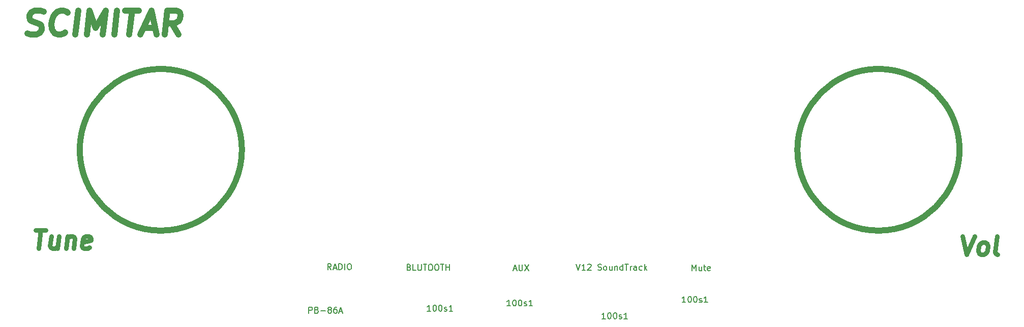
<source format=gbr>
%TF.GenerationSoftware,KiCad,Pcbnew,(5.1.7)-1*%
%TF.CreationDate,2021-04-10T14:02:21+01:00*%
%TF.ProjectId,vintagestereo,76696e74-6167-4657-9374-6572656f2e6b,rev?*%
%TF.SameCoordinates,Original*%
%TF.FileFunction,Legend,Top*%
%TF.FilePolarity,Positive*%
%FSLAX46Y46*%
G04 Gerber Fmt 4.6, Leading zero omitted, Abs format (unit mm)*
G04 Created by KiCad (PCBNEW (5.1.7)-1) date 2021-04-10 14:02:21*
%MOMM*%
%LPD*%
G01*
G04 APERTURE LIST*
%ADD10C,0.750000*%
%ADD11C,1.000000*%
%ADD12C,0.150000*%
G04 APERTURE END LIST*
D10*
X156527812Y-39477142D02*
X157152812Y-42477142D01*
X158527812Y-39477142D01*
X159581383Y-42477142D02*
X159313526Y-42334285D01*
X159188526Y-42191428D01*
X159081383Y-41905714D01*
X159188526Y-41048571D01*
X159367098Y-40762857D01*
X159527812Y-40620000D01*
X159831383Y-40477142D01*
X160259955Y-40477142D01*
X160527812Y-40620000D01*
X160652812Y-40762857D01*
X160759955Y-41048571D01*
X160652812Y-41905714D01*
X160474241Y-42191428D01*
X160313526Y-42334285D01*
X160009955Y-42477142D01*
X159581383Y-42477142D01*
X162295669Y-42477142D02*
X162027812Y-42334285D01*
X161920669Y-42048571D01*
X162242098Y-39477142D01*
X2163526Y-38447142D02*
X3877812Y-38447142D01*
X2645669Y-41447142D02*
X3020669Y-38447142D01*
X6038526Y-39447142D02*
X5788526Y-41447142D01*
X4752812Y-39447142D02*
X4556383Y-41018571D01*
X4663526Y-41304285D01*
X4931383Y-41447142D01*
X5359955Y-41447142D01*
X5663526Y-41304285D01*
X5824241Y-41161428D01*
X7467098Y-39447142D02*
X7217098Y-41447142D01*
X7431383Y-39732857D02*
X7592098Y-39590000D01*
X7895669Y-39447142D01*
X8324241Y-39447142D01*
X8592098Y-39590000D01*
X8699241Y-39875714D01*
X8502812Y-41447142D01*
X11092098Y-41304285D02*
X10788526Y-41447142D01*
X10217098Y-41447142D01*
X9949241Y-41304285D01*
X9842098Y-41018571D01*
X9984955Y-39875714D01*
X10163526Y-39590000D01*
X10467098Y-39447142D01*
X11038526Y-39447142D01*
X11306383Y-39590000D01*
X11413526Y-39875714D01*
X11377812Y-40161428D01*
X9913526Y-40447142D01*
D11*
X779940Y-5559047D02*
X1327559Y-5749523D01*
X2279940Y-5749523D01*
X2684702Y-5559047D01*
X2898988Y-5368571D01*
X3137083Y-4987619D01*
X3184702Y-4606666D01*
X3041845Y-4225714D01*
X2875178Y-4035238D01*
X2518035Y-3844761D01*
X1779940Y-3654285D01*
X1422797Y-3463809D01*
X1256130Y-3273333D01*
X1113273Y-2892380D01*
X1160892Y-2511428D01*
X1398988Y-2130476D01*
X1613273Y-1940000D01*
X2018035Y-1749523D01*
X2970416Y-1749523D01*
X3518035Y-1940000D01*
X7089464Y-5368571D02*
X6875178Y-5559047D01*
X6279940Y-5749523D01*
X5898988Y-5749523D01*
X5351369Y-5559047D01*
X5018035Y-5178095D01*
X4875178Y-4797142D01*
X4779940Y-4035238D01*
X4851369Y-3463809D01*
X5137083Y-2701904D01*
X5375178Y-2320952D01*
X5803750Y-1940000D01*
X6398988Y-1749523D01*
X6779940Y-1749523D01*
X7327559Y-1940000D01*
X7494226Y-2130476D01*
X8756130Y-5749523D02*
X9256130Y-1749523D01*
X10660892Y-5749523D02*
X11160892Y-1749523D01*
X12137083Y-4606666D01*
X13827559Y-1749523D01*
X13327559Y-5749523D01*
X15232321Y-5749523D02*
X15732321Y-1749523D01*
X17065654Y-1749523D02*
X19351369Y-1749523D01*
X17708511Y-5749523D02*
X18208511Y-1749523D01*
X20137083Y-4606666D02*
X22041845Y-4606666D01*
X19613273Y-5749523D02*
X21446607Y-1749523D01*
X22279940Y-5749523D01*
X25898988Y-5749523D02*
X24803750Y-3844761D01*
X23613273Y-5749523D02*
X24113273Y-1749523D01*
X25637083Y-1749523D01*
X25994226Y-1940000D01*
X26160892Y-2130476D01*
X26303750Y-2511428D01*
X26232321Y-3082857D01*
X25994226Y-3463809D01*
X25779940Y-3654285D01*
X25375178Y-3844761D01*
X23851369Y-3844761D01*
X36500000Y-25000000D02*
G75*
G03*
X36500000Y-25000000I-13500000J0D01*
G01*
X156000000Y-25000000D02*
G75*
G03*
X156000000Y-25000000I-13500000J0D01*
G01*
%TO.C,100s1*%
D12*
X110392380Y-50492380D02*
X109820952Y-50492380D01*
X110106666Y-50492380D02*
X110106666Y-49492380D01*
X110011428Y-49635238D01*
X109916190Y-49730476D01*
X109820952Y-49778095D01*
X111011428Y-49492380D02*
X111106666Y-49492380D01*
X111201904Y-49540000D01*
X111249523Y-49587619D01*
X111297142Y-49682857D01*
X111344761Y-49873333D01*
X111344761Y-50111428D01*
X111297142Y-50301904D01*
X111249523Y-50397142D01*
X111201904Y-50444761D01*
X111106666Y-50492380D01*
X111011428Y-50492380D01*
X110916190Y-50444761D01*
X110868571Y-50397142D01*
X110820952Y-50301904D01*
X110773333Y-50111428D01*
X110773333Y-49873333D01*
X110820952Y-49682857D01*
X110868571Y-49587619D01*
X110916190Y-49540000D01*
X111011428Y-49492380D01*
X111963809Y-49492380D02*
X112059047Y-49492380D01*
X112154285Y-49540000D01*
X112201904Y-49587619D01*
X112249523Y-49682857D01*
X112297142Y-49873333D01*
X112297142Y-50111428D01*
X112249523Y-50301904D01*
X112201904Y-50397142D01*
X112154285Y-50444761D01*
X112059047Y-50492380D01*
X111963809Y-50492380D01*
X111868571Y-50444761D01*
X111820952Y-50397142D01*
X111773333Y-50301904D01*
X111725714Y-50111428D01*
X111725714Y-49873333D01*
X111773333Y-49682857D01*
X111820952Y-49587619D01*
X111868571Y-49540000D01*
X111963809Y-49492380D01*
X112678095Y-50444761D02*
X112773333Y-50492380D01*
X112963809Y-50492380D01*
X113059047Y-50444761D01*
X113106666Y-50349523D01*
X113106666Y-50301904D01*
X113059047Y-50206666D01*
X112963809Y-50159047D01*
X112820952Y-50159047D01*
X112725714Y-50111428D01*
X112678095Y-50016190D01*
X112678095Y-49968571D01*
X112725714Y-49873333D01*
X112820952Y-49825714D01*
X112963809Y-49825714D01*
X113059047Y-49873333D01*
X114059047Y-50492380D02*
X113487619Y-50492380D01*
X113773333Y-50492380D02*
X113773333Y-49492380D01*
X113678095Y-49635238D01*
X113582857Y-49730476D01*
X113487619Y-49778095D01*
X111460000Y-45182380D02*
X111460000Y-44182380D01*
X111793333Y-44896666D01*
X112126666Y-44182380D01*
X112126666Y-45182380D01*
X113031428Y-44515714D02*
X113031428Y-45182380D01*
X112602857Y-44515714D02*
X112602857Y-45039523D01*
X112650476Y-45134761D01*
X112745714Y-45182380D01*
X112888571Y-45182380D01*
X112983809Y-45134761D01*
X113031428Y-45087142D01*
X113364761Y-44515714D02*
X113745714Y-44515714D01*
X113507619Y-44182380D02*
X113507619Y-45039523D01*
X113555238Y-45134761D01*
X113650476Y-45182380D01*
X113745714Y-45182380D01*
X114460000Y-45134761D02*
X114364761Y-45182380D01*
X114174285Y-45182380D01*
X114079047Y-45134761D01*
X114031428Y-45039523D01*
X114031428Y-44658571D01*
X114079047Y-44563333D01*
X114174285Y-44515714D01*
X114364761Y-44515714D01*
X114460000Y-44563333D01*
X114507619Y-44658571D01*
X114507619Y-44753809D01*
X114031428Y-44849047D01*
X97032380Y-53222380D02*
X96460952Y-53222380D01*
X96746666Y-53222380D02*
X96746666Y-52222380D01*
X96651428Y-52365238D01*
X96556190Y-52460476D01*
X96460952Y-52508095D01*
X97651428Y-52222380D02*
X97746666Y-52222380D01*
X97841904Y-52270000D01*
X97889523Y-52317619D01*
X97937142Y-52412857D01*
X97984761Y-52603333D01*
X97984761Y-52841428D01*
X97937142Y-53031904D01*
X97889523Y-53127142D01*
X97841904Y-53174761D01*
X97746666Y-53222380D01*
X97651428Y-53222380D01*
X97556190Y-53174761D01*
X97508571Y-53127142D01*
X97460952Y-53031904D01*
X97413333Y-52841428D01*
X97413333Y-52603333D01*
X97460952Y-52412857D01*
X97508571Y-52317619D01*
X97556190Y-52270000D01*
X97651428Y-52222380D01*
X98603809Y-52222380D02*
X98699047Y-52222380D01*
X98794285Y-52270000D01*
X98841904Y-52317619D01*
X98889523Y-52412857D01*
X98937142Y-52603333D01*
X98937142Y-52841428D01*
X98889523Y-53031904D01*
X98841904Y-53127142D01*
X98794285Y-53174761D01*
X98699047Y-53222380D01*
X98603809Y-53222380D01*
X98508571Y-53174761D01*
X98460952Y-53127142D01*
X98413333Y-53031904D01*
X98365714Y-52841428D01*
X98365714Y-52603333D01*
X98413333Y-52412857D01*
X98460952Y-52317619D01*
X98508571Y-52270000D01*
X98603809Y-52222380D01*
X99318095Y-53174761D02*
X99413333Y-53222380D01*
X99603809Y-53222380D01*
X99699047Y-53174761D01*
X99746666Y-53079523D01*
X99746666Y-53031904D01*
X99699047Y-52936666D01*
X99603809Y-52889047D01*
X99460952Y-52889047D01*
X99365714Y-52841428D01*
X99318095Y-52746190D01*
X99318095Y-52698571D01*
X99365714Y-52603333D01*
X99460952Y-52555714D01*
X99603809Y-52555714D01*
X99699047Y-52603333D01*
X100699047Y-53222380D02*
X100127619Y-53222380D01*
X100413333Y-53222380D02*
X100413333Y-52222380D01*
X100318095Y-52365238D01*
X100222857Y-52460476D01*
X100127619Y-52508095D01*
X92171428Y-44102380D02*
X92504761Y-45102380D01*
X92838095Y-44102380D01*
X93695238Y-45102380D02*
X93123809Y-45102380D01*
X93409523Y-45102380D02*
X93409523Y-44102380D01*
X93314285Y-44245238D01*
X93219047Y-44340476D01*
X93123809Y-44388095D01*
X94076190Y-44197619D02*
X94123809Y-44150000D01*
X94219047Y-44102380D01*
X94457142Y-44102380D01*
X94552380Y-44150000D01*
X94600000Y-44197619D01*
X94647619Y-44292857D01*
X94647619Y-44388095D01*
X94600000Y-44530952D01*
X94028571Y-45102380D01*
X94647619Y-45102380D01*
X95790476Y-45054761D02*
X95933333Y-45102380D01*
X96171428Y-45102380D01*
X96266666Y-45054761D01*
X96314285Y-45007142D01*
X96361904Y-44911904D01*
X96361904Y-44816666D01*
X96314285Y-44721428D01*
X96266666Y-44673809D01*
X96171428Y-44626190D01*
X95980952Y-44578571D01*
X95885714Y-44530952D01*
X95838095Y-44483333D01*
X95790476Y-44388095D01*
X95790476Y-44292857D01*
X95838095Y-44197619D01*
X95885714Y-44150000D01*
X95980952Y-44102380D01*
X96219047Y-44102380D01*
X96361904Y-44150000D01*
X96933333Y-45102380D02*
X96838095Y-45054761D01*
X96790476Y-45007142D01*
X96742857Y-44911904D01*
X96742857Y-44626190D01*
X96790476Y-44530952D01*
X96838095Y-44483333D01*
X96933333Y-44435714D01*
X97076190Y-44435714D01*
X97171428Y-44483333D01*
X97219047Y-44530952D01*
X97266666Y-44626190D01*
X97266666Y-44911904D01*
X97219047Y-45007142D01*
X97171428Y-45054761D01*
X97076190Y-45102380D01*
X96933333Y-45102380D01*
X98123809Y-44435714D02*
X98123809Y-45102380D01*
X97695238Y-44435714D02*
X97695238Y-44959523D01*
X97742857Y-45054761D01*
X97838095Y-45102380D01*
X97980952Y-45102380D01*
X98076190Y-45054761D01*
X98123809Y-45007142D01*
X98600000Y-44435714D02*
X98600000Y-45102380D01*
X98600000Y-44530952D02*
X98647619Y-44483333D01*
X98742857Y-44435714D01*
X98885714Y-44435714D01*
X98980952Y-44483333D01*
X99028571Y-44578571D01*
X99028571Y-45102380D01*
X99933333Y-45102380D02*
X99933333Y-44102380D01*
X99933333Y-45054761D02*
X99838095Y-45102380D01*
X99647619Y-45102380D01*
X99552380Y-45054761D01*
X99504761Y-45007142D01*
X99457142Y-44911904D01*
X99457142Y-44626190D01*
X99504761Y-44530952D01*
X99552380Y-44483333D01*
X99647619Y-44435714D01*
X99838095Y-44435714D01*
X99933333Y-44483333D01*
X100266666Y-44102380D02*
X100838095Y-44102380D01*
X100552380Y-45102380D02*
X100552380Y-44102380D01*
X101171428Y-45102380D02*
X101171428Y-44435714D01*
X101171428Y-44626190D02*
X101219047Y-44530952D01*
X101266666Y-44483333D01*
X101361904Y-44435714D01*
X101457142Y-44435714D01*
X102219047Y-45102380D02*
X102219047Y-44578571D01*
X102171428Y-44483333D01*
X102076190Y-44435714D01*
X101885714Y-44435714D01*
X101790476Y-44483333D01*
X102219047Y-45054761D02*
X102123809Y-45102380D01*
X101885714Y-45102380D01*
X101790476Y-45054761D01*
X101742857Y-44959523D01*
X101742857Y-44864285D01*
X101790476Y-44769047D01*
X101885714Y-44721428D01*
X102123809Y-44721428D01*
X102219047Y-44673809D01*
X103123809Y-45054761D02*
X103028571Y-45102380D01*
X102838095Y-45102380D01*
X102742857Y-45054761D01*
X102695238Y-45007142D01*
X102647619Y-44911904D01*
X102647619Y-44626190D01*
X102695238Y-44530952D01*
X102742857Y-44483333D01*
X102838095Y-44435714D01*
X103028571Y-44435714D01*
X103123809Y-44483333D01*
X103552380Y-45102380D02*
X103552380Y-44102380D01*
X103647619Y-44721428D02*
X103933333Y-45102380D01*
X103933333Y-44435714D02*
X103552380Y-44816666D01*
X81222380Y-51072380D02*
X80650952Y-51072380D01*
X80936666Y-51072380D02*
X80936666Y-50072380D01*
X80841428Y-50215238D01*
X80746190Y-50310476D01*
X80650952Y-50358095D01*
X81841428Y-50072380D02*
X81936666Y-50072380D01*
X82031904Y-50120000D01*
X82079523Y-50167619D01*
X82127142Y-50262857D01*
X82174761Y-50453333D01*
X82174761Y-50691428D01*
X82127142Y-50881904D01*
X82079523Y-50977142D01*
X82031904Y-51024761D01*
X81936666Y-51072380D01*
X81841428Y-51072380D01*
X81746190Y-51024761D01*
X81698571Y-50977142D01*
X81650952Y-50881904D01*
X81603333Y-50691428D01*
X81603333Y-50453333D01*
X81650952Y-50262857D01*
X81698571Y-50167619D01*
X81746190Y-50120000D01*
X81841428Y-50072380D01*
X82793809Y-50072380D02*
X82889047Y-50072380D01*
X82984285Y-50120000D01*
X83031904Y-50167619D01*
X83079523Y-50262857D01*
X83127142Y-50453333D01*
X83127142Y-50691428D01*
X83079523Y-50881904D01*
X83031904Y-50977142D01*
X82984285Y-51024761D01*
X82889047Y-51072380D01*
X82793809Y-51072380D01*
X82698571Y-51024761D01*
X82650952Y-50977142D01*
X82603333Y-50881904D01*
X82555714Y-50691428D01*
X82555714Y-50453333D01*
X82603333Y-50262857D01*
X82650952Y-50167619D01*
X82698571Y-50120000D01*
X82793809Y-50072380D01*
X83508095Y-51024761D02*
X83603333Y-51072380D01*
X83793809Y-51072380D01*
X83889047Y-51024761D01*
X83936666Y-50929523D01*
X83936666Y-50881904D01*
X83889047Y-50786666D01*
X83793809Y-50739047D01*
X83650952Y-50739047D01*
X83555714Y-50691428D01*
X83508095Y-50596190D01*
X83508095Y-50548571D01*
X83555714Y-50453333D01*
X83650952Y-50405714D01*
X83793809Y-50405714D01*
X83889047Y-50453333D01*
X84889047Y-51072380D02*
X84317619Y-51072380D01*
X84603333Y-51072380D02*
X84603333Y-50072380D01*
X84508095Y-50215238D01*
X84412857Y-50310476D01*
X84317619Y-50358095D01*
X81731904Y-44886666D02*
X82208095Y-44886666D01*
X81636666Y-45172380D02*
X81970000Y-44172380D01*
X82303333Y-45172380D01*
X82636666Y-44172380D02*
X82636666Y-44981904D01*
X82684285Y-45077142D01*
X82731904Y-45124761D01*
X82827142Y-45172380D01*
X83017619Y-45172380D01*
X83112857Y-45124761D01*
X83160476Y-45077142D01*
X83208095Y-44981904D01*
X83208095Y-44172380D01*
X83589047Y-44172380D02*
X84255714Y-45172380D01*
X84255714Y-44172380D02*
X83589047Y-45172380D01*
X67932380Y-51942380D02*
X67360952Y-51942380D01*
X67646666Y-51942380D02*
X67646666Y-50942380D01*
X67551428Y-51085238D01*
X67456190Y-51180476D01*
X67360952Y-51228095D01*
X68551428Y-50942380D02*
X68646666Y-50942380D01*
X68741904Y-50990000D01*
X68789523Y-51037619D01*
X68837142Y-51132857D01*
X68884761Y-51323333D01*
X68884761Y-51561428D01*
X68837142Y-51751904D01*
X68789523Y-51847142D01*
X68741904Y-51894761D01*
X68646666Y-51942380D01*
X68551428Y-51942380D01*
X68456190Y-51894761D01*
X68408571Y-51847142D01*
X68360952Y-51751904D01*
X68313333Y-51561428D01*
X68313333Y-51323333D01*
X68360952Y-51132857D01*
X68408571Y-51037619D01*
X68456190Y-50990000D01*
X68551428Y-50942380D01*
X69503809Y-50942380D02*
X69599047Y-50942380D01*
X69694285Y-50990000D01*
X69741904Y-51037619D01*
X69789523Y-51132857D01*
X69837142Y-51323333D01*
X69837142Y-51561428D01*
X69789523Y-51751904D01*
X69741904Y-51847142D01*
X69694285Y-51894761D01*
X69599047Y-51942380D01*
X69503809Y-51942380D01*
X69408571Y-51894761D01*
X69360952Y-51847142D01*
X69313333Y-51751904D01*
X69265714Y-51561428D01*
X69265714Y-51323333D01*
X69313333Y-51132857D01*
X69360952Y-51037619D01*
X69408571Y-50990000D01*
X69503809Y-50942380D01*
X70218095Y-51894761D02*
X70313333Y-51942380D01*
X70503809Y-51942380D01*
X70599047Y-51894761D01*
X70646666Y-51799523D01*
X70646666Y-51751904D01*
X70599047Y-51656666D01*
X70503809Y-51609047D01*
X70360952Y-51609047D01*
X70265714Y-51561428D01*
X70218095Y-51466190D01*
X70218095Y-51418571D01*
X70265714Y-51323333D01*
X70360952Y-51275714D01*
X70503809Y-51275714D01*
X70599047Y-51323333D01*
X71599047Y-51942380D02*
X71027619Y-51942380D01*
X71313333Y-51942380D02*
X71313333Y-50942380D01*
X71218095Y-51085238D01*
X71122857Y-51180476D01*
X71027619Y-51228095D01*
X64329523Y-44618571D02*
X64472380Y-44666190D01*
X64520000Y-44713809D01*
X64567619Y-44809047D01*
X64567619Y-44951904D01*
X64520000Y-45047142D01*
X64472380Y-45094761D01*
X64377142Y-45142380D01*
X63996190Y-45142380D01*
X63996190Y-44142380D01*
X64329523Y-44142380D01*
X64424761Y-44190000D01*
X64472380Y-44237619D01*
X64520000Y-44332857D01*
X64520000Y-44428095D01*
X64472380Y-44523333D01*
X64424761Y-44570952D01*
X64329523Y-44618571D01*
X63996190Y-44618571D01*
X65472380Y-45142380D02*
X64996190Y-45142380D01*
X64996190Y-44142380D01*
X65805714Y-44142380D02*
X65805714Y-44951904D01*
X65853333Y-45047142D01*
X65900952Y-45094761D01*
X65996190Y-45142380D01*
X66186666Y-45142380D01*
X66281904Y-45094761D01*
X66329523Y-45047142D01*
X66377142Y-44951904D01*
X66377142Y-44142380D01*
X66710476Y-44142380D02*
X67281904Y-44142380D01*
X66996190Y-45142380D02*
X66996190Y-44142380D01*
X67805714Y-44142380D02*
X67996190Y-44142380D01*
X68091428Y-44190000D01*
X68186666Y-44285238D01*
X68234285Y-44475714D01*
X68234285Y-44809047D01*
X68186666Y-44999523D01*
X68091428Y-45094761D01*
X67996190Y-45142380D01*
X67805714Y-45142380D01*
X67710476Y-45094761D01*
X67615238Y-44999523D01*
X67567619Y-44809047D01*
X67567619Y-44475714D01*
X67615238Y-44285238D01*
X67710476Y-44190000D01*
X67805714Y-44142380D01*
X68853333Y-44142380D02*
X69043809Y-44142380D01*
X69139047Y-44190000D01*
X69234285Y-44285238D01*
X69281904Y-44475714D01*
X69281904Y-44809047D01*
X69234285Y-44999523D01*
X69139047Y-45094761D01*
X69043809Y-45142380D01*
X68853333Y-45142380D01*
X68758095Y-45094761D01*
X68662857Y-44999523D01*
X68615238Y-44809047D01*
X68615238Y-44475714D01*
X68662857Y-44285238D01*
X68758095Y-44190000D01*
X68853333Y-44142380D01*
X69567619Y-44142380D02*
X70139047Y-44142380D01*
X69853333Y-45142380D02*
X69853333Y-44142380D01*
X70472380Y-45142380D02*
X70472380Y-44142380D01*
X70472380Y-44618571D02*
X71043809Y-44618571D01*
X71043809Y-45142380D02*
X71043809Y-44142380D01*
%TO.C,RADIO*%
X51359047Y-45032380D02*
X51025714Y-44556190D01*
X50787619Y-45032380D02*
X50787619Y-44032380D01*
X51168571Y-44032380D01*
X51263809Y-44080000D01*
X51311428Y-44127619D01*
X51359047Y-44222857D01*
X51359047Y-44365714D01*
X51311428Y-44460952D01*
X51263809Y-44508571D01*
X51168571Y-44556190D01*
X50787619Y-44556190D01*
X51740000Y-44746666D02*
X52216190Y-44746666D01*
X51644761Y-45032380D02*
X51978095Y-44032380D01*
X52311428Y-45032380D01*
X52644761Y-45032380D02*
X52644761Y-44032380D01*
X52882857Y-44032380D01*
X53025714Y-44080000D01*
X53120952Y-44175238D01*
X53168571Y-44270476D01*
X53216190Y-44460952D01*
X53216190Y-44603809D01*
X53168571Y-44794285D01*
X53120952Y-44889523D01*
X53025714Y-44984761D01*
X52882857Y-45032380D01*
X52644761Y-45032380D01*
X53644761Y-45032380D02*
X53644761Y-44032380D01*
X54311428Y-44032380D02*
X54501904Y-44032380D01*
X54597142Y-44080000D01*
X54692380Y-44175238D01*
X54739999Y-44365714D01*
X54739999Y-44699047D01*
X54692380Y-44889523D01*
X54597142Y-44984761D01*
X54501904Y-45032380D01*
X54311428Y-45032380D01*
X54216190Y-44984761D01*
X54120952Y-44889523D01*
X54073333Y-44699047D01*
X54073333Y-44365714D01*
X54120952Y-44175238D01*
X54216190Y-44080000D01*
X54311428Y-44032380D01*
X47648095Y-52272380D02*
X47648095Y-51272380D01*
X48029047Y-51272380D01*
X48124285Y-51320000D01*
X48171904Y-51367619D01*
X48219523Y-51462857D01*
X48219523Y-51605714D01*
X48171904Y-51700952D01*
X48124285Y-51748571D01*
X48029047Y-51796190D01*
X47648095Y-51796190D01*
X48981428Y-51748571D02*
X49124285Y-51796190D01*
X49171904Y-51843809D01*
X49219523Y-51939047D01*
X49219523Y-52081904D01*
X49171904Y-52177142D01*
X49124285Y-52224761D01*
X49029047Y-52272380D01*
X48648095Y-52272380D01*
X48648095Y-51272380D01*
X48981428Y-51272380D01*
X49076666Y-51320000D01*
X49124285Y-51367619D01*
X49171904Y-51462857D01*
X49171904Y-51558095D01*
X49124285Y-51653333D01*
X49076666Y-51700952D01*
X48981428Y-51748571D01*
X48648095Y-51748571D01*
X49648095Y-51891428D02*
X50410000Y-51891428D01*
X51029047Y-51700952D02*
X50933809Y-51653333D01*
X50886190Y-51605714D01*
X50838571Y-51510476D01*
X50838571Y-51462857D01*
X50886190Y-51367619D01*
X50933809Y-51320000D01*
X51029047Y-51272380D01*
X51219523Y-51272380D01*
X51314761Y-51320000D01*
X51362380Y-51367619D01*
X51410000Y-51462857D01*
X51410000Y-51510476D01*
X51362380Y-51605714D01*
X51314761Y-51653333D01*
X51219523Y-51700952D01*
X51029047Y-51700952D01*
X50933809Y-51748571D01*
X50886190Y-51796190D01*
X50838571Y-51891428D01*
X50838571Y-52081904D01*
X50886190Y-52177142D01*
X50933809Y-52224761D01*
X51029047Y-52272380D01*
X51219523Y-52272380D01*
X51314761Y-52224761D01*
X51362380Y-52177142D01*
X51410000Y-52081904D01*
X51410000Y-51891428D01*
X51362380Y-51796190D01*
X51314761Y-51748571D01*
X51219523Y-51700952D01*
X52267142Y-51272380D02*
X52076666Y-51272380D01*
X51981428Y-51320000D01*
X51933809Y-51367619D01*
X51838571Y-51510476D01*
X51790952Y-51700952D01*
X51790952Y-52081904D01*
X51838571Y-52177142D01*
X51886190Y-52224761D01*
X51981428Y-52272380D01*
X52171904Y-52272380D01*
X52267142Y-52224761D01*
X52314761Y-52177142D01*
X52362380Y-52081904D01*
X52362380Y-51843809D01*
X52314761Y-51748571D01*
X52267142Y-51700952D01*
X52171904Y-51653333D01*
X51981428Y-51653333D01*
X51886190Y-51700952D01*
X51838571Y-51748571D01*
X51790952Y-51843809D01*
X52743333Y-51986666D02*
X53219523Y-51986666D01*
X52648095Y-52272380D02*
X52981428Y-51272380D01*
X53314761Y-52272380D01*
%TD*%
M02*

</source>
